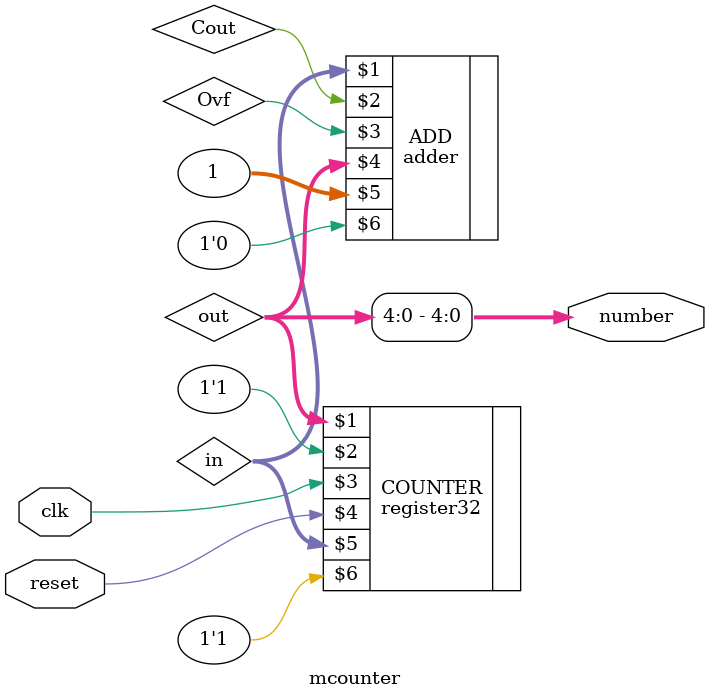
<source format=v>
module mcounter(number, clk, reset);
	input clk, reset;
	output [4:0] number;

	wire [31:0] in, out;
	wire Ovf, Cout;

	register32 COUNTER(out, 1'b1, clk, reset, in, 1'b1);

	adder ADD(in, Cout, Ovf, out, 1, 1'b0);

	assign number = out[4:0];

endmodule

</source>
